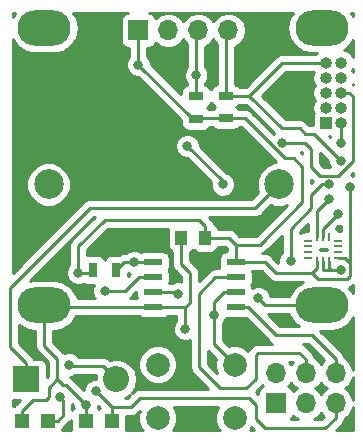
<source format=gbr>
G04 #@! TF.GenerationSoftware,KiCad,Pcbnew,(5.0.0)*
G04 #@! TF.CreationDate,2020-03-15T13:15:32-04:00*
G04 #@! TF.ProjectId,Attiny_IMU_LCD_ETC,417474696E795F494D555F4C43445F45,rev?*
G04 #@! TF.SameCoordinates,Original*
G04 #@! TF.FileFunction,Copper,L1,Top,Signal*
G04 #@! TF.FilePolarity,Positive*
%FSLAX46Y46*%
G04 Gerber Fmt 4.6, Leading zero omitted, Abs format (unit mm)*
G04 Created by KiCad (PCBNEW (5.0.0)) date 03/15/20 13:15:32*
%MOMM*%
%LPD*%
G01*
G04 APERTURE LIST*
G04 #@! TA.AperFunction,SMDPad,CuDef*
%ADD10R,1.000000X1.250000*%
G04 #@! TD*
G04 #@! TA.AperFunction,ComponentPad*
%ADD11O,1.000000X1.000000*%
G04 #@! TD*
G04 #@! TA.AperFunction,ComponentPad*
%ADD12R,1.000000X1.000000*%
G04 #@! TD*
G04 #@! TA.AperFunction,SMDPad,CuDef*
%ADD13R,1.300000X0.700000*%
G04 #@! TD*
G04 #@! TA.AperFunction,SMDPad,CuDef*
%ADD14R,0.700000X1.300000*%
G04 #@! TD*
G04 #@! TA.AperFunction,ComponentPad*
%ADD15O,2.200000X2.200000*%
G04 #@! TD*
G04 #@! TA.AperFunction,ComponentPad*
%ADD16R,2.200000X2.200000*%
G04 #@! TD*
G04 #@! TA.AperFunction,ComponentPad*
%ADD17C,2.000000*%
G04 #@! TD*
G04 #@! TA.AperFunction,ComponentPad*
%ADD18O,4.500000X3.000000*%
G04 #@! TD*
G04 #@! TA.AperFunction,ComponentPad*
%ADD19R,1.700000X1.700000*%
G04 #@! TD*
G04 #@! TA.AperFunction,ComponentPad*
%ADD20O,1.700000X1.700000*%
G04 #@! TD*
G04 #@! TA.AperFunction,SMDPad,CuDef*
%ADD21R,1.550000X0.600000*%
G04 #@! TD*
G04 #@! TA.AperFunction,ComponentPad*
%ADD22C,2.500000*%
G04 #@! TD*
G04 #@! TA.AperFunction,SMDPad,CuDef*
%ADD23R,1.200000X1.200000*%
G04 #@! TD*
G04 #@! TA.AperFunction,SMDPad,CuDef*
%ADD24R,0.675000X0.250000*%
G04 #@! TD*
G04 #@! TA.AperFunction,SMDPad,CuDef*
%ADD25R,0.250000X0.675000*%
G04 #@! TD*
G04 #@! TA.AperFunction,ViaPad*
%ADD26C,0.800000*%
G04 #@! TD*
G04 #@! TA.AperFunction,Conductor*
%ADD27C,0.250000*%
G04 #@! TD*
G04 #@! TA.AperFunction,NonConductor*
%ADD28C,0.254000*%
G04 #@! TD*
G04 APERTURE END LIST*
D10*
G04 #@! TO.P,C1,2*
G04 #@! TO.N,GND*
X131500000Y-87250000D03*
G04 #@! TO.P,C1,1*
G04 #@! TO.N,+3V3*
X133500000Y-87250000D03*
G04 #@! TD*
D11*
G04 #@! TO.P,J1,10*
G04 #@! TO.N,GND*
X145020000Y-72460000D03*
G04 #@! TO.P,J1,9*
G04 #@! TO.N,SDA*
X143750000Y-72460000D03*
G04 #@! TO.P,J1,8*
G04 #@! TO.N,N/C*
X145020000Y-73730000D03*
G04 #@! TO.P,J1,7*
G04 #@! TO.N,+3V3*
X143750000Y-73730000D03*
G04 #@! TO.P,J1,6*
G04 #@! TO.N,RST*
X145020000Y-75000000D03*
G04 #@! TO.P,J1,5*
G04 #@! TO.N,N/C*
X143750000Y-75000000D03*
G04 #@! TO.P,J1,4*
G04 #@! TO.N,+3V3*
X145020000Y-76270000D03*
G04 #@! TO.P,J1,3*
G04 #@! TO.N,BTN*
X143750000Y-76270000D03*
G04 #@! TO.P,J1,2*
G04 #@! TO.N,GND*
X145020000Y-77540000D03*
D12*
G04 #@! TO.P,J1,1*
G04 #@! TO.N,SCL*
X143750000Y-77540000D03*
G04 #@! TD*
D13*
G04 #@! TO.P,R1,2*
G04 #@! TO.N,SDA*
X135250000Y-75250000D03*
G04 #@! TO.P,R1,1*
G04 #@! TO.N,+3V3*
X135250000Y-77150000D03*
G04 #@! TD*
G04 #@! TO.P,R2,1*
G04 #@! TO.N,+3V3*
X132750000Y-77200000D03*
G04 #@! TO.P,R2,2*
G04 #@! TO.N,SCL*
X132750000Y-75300000D03*
G04 #@! TD*
D14*
G04 #@! TO.P,R3,2*
G04 #@! TO.N,RST*
X125950000Y-90000000D03*
G04 #@! TO.P,R3,1*
G04 #@! TO.N,+3V3*
X124050000Y-90000000D03*
G04 #@! TD*
D15*
G04 #@! TO.P,SW1,2*
G04 #@! TO.N,+3V3*
X126000000Y-99250000D03*
D16*
G04 #@! TO.P,SW1,1*
G04 #@! TO.N,Net-(SW1-Pad1)*
X118380000Y-99250000D03*
G04 #@! TD*
D17*
G04 #@! TO.P,SW2,1*
G04 #@! TO.N,BTN*
X136000000Y-98000000D03*
G04 #@! TO.P,SW2,2*
G04 #@! TO.N,GND*
X136000000Y-102500000D03*
G04 #@! TO.P,SW2,1*
G04 #@! TO.N,BTN*
X129500000Y-98000000D03*
G04 #@! TO.P,SW2,2*
G04 #@! TO.N,GND*
X129500000Y-102500000D03*
G04 #@! TD*
D18*
G04 #@! TO.P,U1,5*
G04 #@! TO.N,GND*
X119900001Y-93000000D03*
X143400001Y-93000000D03*
X119900001Y-69500000D03*
X143400001Y-69500000D03*
D19*
G04 #@! TO.P,U1,1*
G04 #@! TO.N,+3V3*
X127850001Y-69700000D03*
D20*
G04 #@! TO.P,U1,2*
G04 #@! TO.N,GND*
X130390001Y-69700000D03*
G04 #@! TO.P,U1,3*
G04 #@! TO.N,SCL*
X132930001Y-69700000D03*
G04 #@! TO.P,U1,4*
G04 #@! TO.N,SDA*
X135470001Y-69700000D03*
G04 #@! TD*
D21*
G04 #@! TO.P,U3,1*
G04 #@! TO.N,RST*
X129100000Y-89345000D03*
G04 #@! TO.P,U3,2*
G04 #@! TO.N,LED1*
X129100000Y-90615000D03*
G04 #@! TO.P,U3,3*
G04 #@! TO.N,LED2*
X129100000Y-91885000D03*
G04 #@! TO.P,U3,4*
G04 #@! TO.N,GND*
X129100000Y-93155000D03*
G04 #@! TO.P,U3,5*
G04 #@! TO.N,SDA*
X136100000Y-93155000D03*
G04 #@! TO.P,U3,6*
G04 #@! TO.N,BTN*
X136100000Y-91885000D03*
G04 #@! TO.P,U3,7*
G04 #@! TO.N,SCL*
X136100000Y-90615000D03*
G04 #@! TO.P,U3,8*
G04 #@! TO.N,+3V3*
X136100000Y-89350000D03*
G04 #@! TD*
D22*
G04 #@! TO.P,U2,1*
G04 #@! TO.N,GND*
X120250000Y-82750000D03*
G04 #@! TO.P,U2,2*
G04 #@! TO.N,Net-(SW1-Pad1)*
X139750000Y-82750000D03*
G04 #@! TD*
D23*
G04 #@! TO.P,D1,1*
G04 #@! TO.N,GND*
X118000000Y-102750000D03*
G04 #@! TO.P,D1,2*
G04 #@! TO.N,LED1*
X120200000Y-102750000D03*
G04 #@! TD*
G04 #@! TO.P,D2,2*
G04 #@! TO.N,LED2*
X125600000Y-102750000D03*
G04 #@! TO.P,D2,1*
G04 #@! TO.N,GND*
X123400000Y-102750000D03*
G04 #@! TD*
D24*
G04 #@! TO.P,U4,11*
G04 #@! TO.N,N/C*
X144762500Y-87500000D03*
G04 #@! TO.P,U4,10*
X144762500Y-88000000D03*
G04 #@! TO.P,U4,9*
X144762500Y-88500000D03*
G04 #@! TO.P,U4,8*
G04 #@! TO.N,+3V3*
X144762500Y-89000000D03*
G04 #@! TO.P,U4,4*
G04 #@! TO.N,N/C*
X142237500Y-89000000D03*
G04 #@! TO.P,U4,3*
X142237500Y-88500000D03*
G04 #@! TO.P,U4,2*
X142237500Y-88000000D03*
G04 #@! TO.P,U4,1*
X142237500Y-87500000D03*
D25*
G04 #@! TO.P,U4,7*
G04 #@! TO.N,GND*
X144000000Y-89262500D03*
G04 #@! TO.P,U4,6*
X143500000Y-89262500D03*
G04 #@! TO.P,U4,5*
G04 #@! TO.N,+3V3*
X143000000Y-89262500D03*
G04 #@! TO.P,U4,12*
G04 #@! TO.N,N/C*
X144000000Y-87237500D03*
G04 #@! TO.P,U4,14*
G04 #@! TO.N,SCL*
X143000000Y-87237500D03*
G04 #@! TO.P,U4,13*
G04 #@! TO.N,SDA*
X143500000Y-87237500D03*
G04 #@! TD*
D20*
G04 #@! TO.P,J2,6*
G04 #@! TO.N,SDA*
X144580000Y-98750000D03*
G04 #@! TO.P,J2,5*
G04 #@! TO.N,LED2*
X144580000Y-101290000D03*
G04 #@! TO.P,J2,4*
G04 #@! TO.N,SCL*
X142040000Y-98750000D03*
G04 #@! TO.P,J2,3*
G04 #@! TO.N,LED1*
X142040000Y-101290000D03*
G04 #@! TO.P,J2,2*
G04 #@! TO.N,GND*
X139500000Y-98750000D03*
D19*
G04 #@! TO.P,J2,1*
G04 #@! TO.N,+3V3*
X139500000Y-101290000D03*
G04 #@! TD*
D26*
G04 #@! TO.N,GND*
X145000000Y-90000000D03*
X123400000Y-101400000D03*
X131800000Y-95000000D03*
X138000000Y-92400000D03*
X145000000Y-79250000D03*
X144000000Y-82750000D03*
X140750000Y-89250000D03*
G04 #@! TO.N,+3V3*
X122000000Y-98000000D03*
X122750000Y-90250000D03*
X145750000Y-83000000D03*
X127850001Y-72600001D03*
G04 #@! TO.N,BTN*
X132000000Y-79500000D03*
X135000000Y-82750000D03*
X134250000Y-93800000D03*
G04 #@! TO.N,SCL*
X132750000Y-73500000D03*
X144000000Y-84000000D03*
G04 #@! TO.N,RST*
X127500000Y-89345000D03*
X140012653Y-79237347D03*
G04 #@! TO.N,SDA*
X144750000Y-85250000D03*
X144987347Y-80737347D03*
G04 #@! TO.N,LED1*
X121250000Y-100750000D03*
X125000000Y-91750000D03*
G04 #@! TO.N,LED2*
X124250000Y-100250000D03*
X131250000Y-92000000D03*
G04 #@! TD*
D27*
G04 #@! TO.N,GND*
X143500000Y-89262500D02*
X143500000Y-90000000D01*
X144000000Y-89850000D02*
X144150000Y-90000000D01*
X144150000Y-90000000D02*
X144250000Y-90000000D01*
X144000000Y-89262500D02*
X144000000Y-89850000D01*
X143500000Y-90000000D02*
X144250000Y-90000000D01*
X144250000Y-90000000D02*
X145000000Y-90000000D01*
X119900001Y-93000000D02*
X119900001Y-96400001D01*
X119900001Y-96400001D02*
X121000000Y-97500000D01*
X120055001Y-93155000D02*
X119900001Y-93000000D01*
X129100000Y-93155000D02*
X120055001Y-93155000D01*
X118900000Y-101000000D02*
X120000000Y-101000000D01*
X118000000Y-101900000D02*
X118900000Y-101000000D01*
X118000000Y-102750000D02*
X118000000Y-101900000D01*
X121500000Y-99750000D02*
X121000000Y-99250000D01*
X121000000Y-97500000D02*
X121000000Y-99250000D01*
X121000000Y-99250000D02*
X120250000Y-100000000D01*
X120250000Y-100000000D02*
X120250000Y-100750000D01*
X120000000Y-101000000D02*
X120250000Y-100750000D01*
X121500000Y-99750000D02*
X121750000Y-99750000D01*
X123400000Y-101400000D02*
X123400000Y-101400000D01*
X121750000Y-99750000D02*
X123400000Y-101400000D01*
X123400000Y-102750000D02*
X123400000Y-102250000D01*
X129100000Y-93155000D02*
X131845000Y-93155000D01*
X131845000Y-93155000D02*
X132250000Y-92750000D01*
X132250000Y-92750000D02*
X132250000Y-90250000D01*
X131500000Y-89500000D02*
X131500000Y-87250000D01*
X132250000Y-90250000D02*
X131500000Y-89500000D01*
X123400000Y-101400000D02*
X123400000Y-102250000D01*
X131800000Y-93200000D02*
X131845000Y-93155000D01*
X131800000Y-95000000D02*
X131800000Y-93200000D01*
X138600000Y-93000000D02*
X138000000Y-92400000D01*
X143400001Y-93000000D02*
X138600000Y-93000000D01*
X145020000Y-77540000D02*
X145020000Y-79230000D01*
X145020000Y-79230000D02*
X145000000Y-79250000D01*
X143434315Y-82750000D02*
X142500000Y-83684315D01*
X144000000Y-82750000D02*
X143434315Y-82750000D01*
X142500000Y-83684315D02*
X142500000Y-84750000D01*
X142500000Y-84750000D02*
X140750000Y-86500000D01*
X140750000Y-86500000D02*
X140750000Y-89250000D01*
G04 #@! TO.N,+3V3*
X132800000Y-77150000D02*
X132750000Y-77200000D01*
X135250000Y-77150000D02*
X132800000Y-77150000D01*
X132450000Y-77200000D02*
X132750000Y-77200000D01*
X127850001Y-72600001D02*
X132450000Y-77200000D01*
X127850001Y-69700000D02*
X127850001Y-72600001D01*
X133500000Y-87250000D02*
X135500000Y-87250000D01*
X136100000Y-87850000D02*
X136100000Y-89350000D01*
X135500000Y-87250000D02*
X136100000Y-87850000D01*
X143000000Y-89850000D02*
X142600000Y-90250000D01*
X143000000Y-89262500D02*
X143000000Y-89850000D01*
X142600000Y-90250000D02*
X139500000Y-90250000D01*
X138600000Y-89350000D02*
X136100000Y-89350000D01*
X139500000Y-90250000D02*
X138600000Y-89350000D01*
X145350000Y-89000000D02*
X145750000Y-89400000D01*
X144762500Y-89000000D02*
X145350000Y-89000000D01*
X145750000Y-89400000D02*
X145750000Y-90500000D01*
X145750000Y-90500000D02*
X145500000Y-90750000D01*
X143100000Y-90750000D02*
X142600000Y-90250000D01*
X145500000Y-90750000D02*
X143100000Y-90750000D01*
X124900001Y-98150001D02*
X122150001Y-98150001D01*
X126000000Y-99250000D02*
X124900001Y-98150001D01*
X122150001Y-98150001D02*
X122000000Y-98000000D01*
X123800000Y-90250000D02*
X124050000Y-90000000D01*
X122750000Y-90250000D02*
X123800000Y-90250000D01*
X133500000Y-86250000D02*
X133500000Y-87250000D01*
X133000000Y-85750000D02*
X133500000Y-86250000D01*
X125000000Y-85750000D02*
X133000000Y-85750000D01*
X122750000Y-88000000D02*
X125000000Y-85750000D01*
X122750000Y-90250000D02*
X122750000Y-88000000D01*
X145750000Y-89400000D02*
X145750000Y-83250000D01*
X145750000Y-83250000D02*
X145750000Y-83000000D01*
X136900000Y-77150000D02*
X135250000Y-77150000D01*
X136100000Y-87850000D02*
X138150000Y-87850000D01*
X138150000Y-87850000D02*
X141750000Y-84250000D01*
X141750000Y-81250000D02*
X141000000Y-80500000D01*
X141000000Y-80500000D02*
X140250000Y-80500000D01*
X141750000Y-84250000D02*
X141750000Y-81250000D01*
X140250000Y-80500000D02*
X136900000Y-77150000D01*
G04 #@! TO.N,BTN*
X135075000Y-91885000D02*
X134250000Y-92710000D01*
X136100000Y-91885000D02*
X135075000Y-91885000D01*
X134250000Y-96250000D02*
X136000000Y-98000000D01*
X132000000Y-79500000D02*
X135000000Y-82500000D01*
X135000000Y-82500000D02*
X135000000Y-82750000D01*
X134250000Y-92710000D02*
X134250000Y-93800000D01*
X134250000Y-93800000D02*
X134250000Y-96250000D01*
G04 #@! TO.N,SCL*
X132750000Y-69880001D02*
X132930001Y-69700000D01*
X132750000Y-75300000D02*
X132750000Y-73500000D01*
X132750000Y-73500000D02*
X132750000Y-69880001D01*
X143000000Y-87237500D02*
X143000000Y-85000000D01*
X143000000Y-85000000D02*
X144000000Y-84000000D01*
X141492081Y-97000000D02*
X142040000Y-97547919D01*
X138000000Y-97000000D02*
X141492081Y-97000000D01*
X137800000Y-97200000D02*
X138000000Y-97000000D01*
X137800000Y-99200000D02*
X137800000Y-97200000D01*
X142040000Y-97547919D02*
X142040000Y-98750000D01*
X136100000Y-90615000D02*
X134385000Y-90615000D01*
X134385000Y-90615000D02*
X133000000Y-92000000D01*
X133000000Y-98250000D02*
X134750000Y-100000000D01*
X134750000Y-100000000D02*
X137000000Y-100000000D01*
X133000000Y-92000000D02*
X133000000Y-98250000D01*
X137000000Y-100000000D02*
X137800000Y-99200000D01*
G04 #@! TO.N,RST*
X126605000Y-89345000D02*
X125950000Y-90000000D01*
X129100000Y-89345000D02*
X127500000Y-89345000D01*
X127500000Y-89345000D02*
X126605000Y-89345000D01*
X140025306Y-79250000D02*
X140012653Y-79237347D01*
X142000000Y-79250000D02*
X140025306Y-79250000D01*
X142500000Y-79750000D02*
X142000000Y-79250000D01*
X142500000Y-81250000D02*
X142500000Y-79750000D01*
X145727106Y-75000000D02*
X146000000Y-75272894D01*
X145020000Y-75000000D02*
X145727106Y-75000000D01*
X146000000Y-75272894D02*
X146000000Y-80750000D01*
X146000000Y-80750000D02*
X144750000Y-82000000D01*
X144750000Y-82000000D02*
X143250000Y-82000000D01*
X143250000Y-82000000D02*
X142500000Y-81250000D01*
G04 #@! TO.N,SDA*
X135250000Y-69920001D02*
X135470001Y-69700000D01*
X135250000Y-75250000D02*
X135250000Y-69920001D01*
X137250000Y-75250000D02*
X135250000Y-75250000D01*
X137125000Y-93155000D02*
X139500000Y-95530000D01*
X136100000Y-93155000D02*
X137125000Y-93155000D01*
X139500000Y-95530000D02*
X142030000Y-95530000D01*
X143500000Y-86500000D02*
X143500000Y-87237500D01*
X144750000Y-85250000D02*
X143500000Y-86500000D01*
X142562081Y-95530000D02*
X142030000Y-95530000D01*
X144580000Y-97547919D02*
X142562081Y-95530000D01*
X144580000Y-98750000D02*
X144580000Y-97547919D01*
X143750000Y-72460000D02*
X140040000Y-72460000D01*
X140040000Y-72460000D02*
X137250000Y-75250000D01*
X140000000Y-78000000D02*
X137250000Y-75250000D01*
X141500000Y-78000000D02*
X140000000Y-78000000D01*
X143750000Y-79500000D02*
X144987347Y-80737347D01*
X142750000Y-78500000D02*
X143750000Y-79500000D01*
X142000000Y-78500000D02*
X142750000Y-78500000D01*
X142000000Y-78500000D02*
X141500000Y-78000000D01*
G04 #@! TO.N,Net-(SW1-Pad1)*
X118380000Y-97900000D02*
X117000000Y-96520000D01*
X118380000Y-99250000D02*
X118380000Y-97900000D01*
X117000000Y-96520000D02*
X117000000Y-91500000D01*
X117000000Y-91500000D02*
X123750000Y-84750000D01*
X137750000Y-84750000D02*
X139750000Y-82750000D01*
X123750000Y-84750000D02*
X137750000Y-84750000D01*
G04 #@! TO.N,LED1*
X121050000Y-102750000D02*
X121500000Y-102300000D01*
X120200000Y-102750000D02*
X121050000Y-102750000D01*
X121500000Y-102300000D02*
X121500000Y-101000000D01*
X121500000Y-101000000D02*
X121250000Y-100750000D01*
X125000000Y-91750000D02*
X126750000Y-91750000D01*
X127885000Y-90615000D02*
X129100000Y-90615000D01*
X126750000Y-91750000D02*
X127885000Y-90615000D01*
G04 #@! TO.N,LED2*
X125600000Y-102750000D02*
X125600000Y-101600000D01*
X125600000Y-101600000D02*
X124250000Y-100250000D01*
X131135000Y-91885000D02*
X131250000Y-92000000D01*
X129100000Y-91885000D02*
X131135000Y-91885000D01*
X144580000Y-102492081D02*
X143672081Y-103400000D01*
X144580000Y-101290000D02*
X144580000Y-102492081D01*
X143672081Y-103400000D02*
X138600000Y-103400000D01*
X138600000Y-103400000D02*
X137800000Y-102600000D01*
X137800000Y-102600000D02*
X137800000Y-101400000D01*
X137800000Y-101400000D02*
X137200000Y-100800000D01*
X137200000Y-100800000D02*
X128000000Y-100800000D01*
X127200000Y-101600000D02*
X125600000Y-101600000D01*
X128000000Y-100800000D02*
X127200000Y-101600000D01*
G04 #@! TD*
D28*
G36*
X127865000Y-102174778D02*
X127865000Y-102825222D01*
X128113914Y-103426153D01*
X128227761Y-103540000D01*
X126809647Y-103540000D01*
X126847440Y-103350000D01*
X126847440Y-102360000D01*
X127125153Y-102360000D01*
X127200000Y-102374888D01*
X127274847Y-102360000D01*
X127274852Y-102360000D01*
X127496537Y-102315904D01*
X127747929Y-102147929D01*
X127790331Y-102084470D01*
X127981656Y-101893145D01*
X127865000Y-102174778D01*
X127865000Y-102174778D01*
G37*
X127865000Y-102174778D02*
X127865000Y-102825222D01*
X128113914Y-103426153D01*
X128227761Y-103540000D01*
X126809647Y-103540000D01*
X126847440Y-103350000D01*
X126847440Y-102360000D01*
X127125153Y-102360000D01*
X127200000Y-102374888D01*
X127274847Y-102360000D01*
X127274852Y-102360000D01*
X127496537Y-102315904D01*
X127747929Y-102147929D01*
X127790331Y-102084470D01*
X127981656Y-101893145D01*
X127865000Y-102174778D01*
G36*
X134613914Y-101573847D02*
X134365000Y-102174778D01*
X134365000Y-102825222D01*
X134613914Y-103426153D01*
X134727761Y-103540000D01*
X130772239Y-103540000D01*
X130886086Y-103426153D01*
X131135000Y-102825222D01*
X131135000Y-102174778D01*
X130886086Y-101573847D01*
X130872239Y-101560000D01*
X134627761Y-101560000D01*
X134613914Y-101573847D01*
X134613914Y-101573847D01*
G37*
X134613914Y-101573847D02*
X134365000Y-102174778D01*
X134365000Y-102825222D01*
X134613914Y-103426153D01*
X134727761Y-103540000D01*
X130772239Y-103540000D01*
X130886086Y-103426153D01*
X131135000Y-102825222D01*
X131135000Y-102174778D01*
X130886086Y-101573847D01*
X130872239Y-101560000D01*
X134627761Y-101560000D01*
X134613914Y-101573847D01*
G36*
X137665198Y-103540000D02*
X137272239Y-103540000D01*
X137386086Y-103426153D01*
X137434491Y-103309292D01*
X137665198Y-103540000D01*
X137665198Y-103540000D01*
G37*
X137665198Y-103540000D02*
X137272239Y-103540000D01*
X137386086Y-103426153D01*
X137434491Y-103309292D01*
X137665198Y-103540000D01*
G36*
X146040001Y-103430065D02*
X146024104Y-103509984D01*
X146018448Y-103518449D01*
X146009985Y-103524104D01*
X145930070Y-103540000D01*
X144606883Y-103540000D01*
X145064475Y-103082408D01*
X145127929Y-103040010D01*
X145170327Y-102976557D01*
X145170329Y-102976555D01*
X145271694Y-102824851D01*
X145295904Y-102788618D01*
X145339714Y-102568369D01*
X145650625Y-102360625D01*
X145978839Y-101869418D01*
X146040001Y-101561935D01*
X146040001Y-103430065D01*
X146040001Y-103430065D01*
G37*
X146040001Y-103430065D02*
X146024104Y-103509984D01*
X146018448Y-103518449D01*
X146009985Y-103524104D01*
X145930070Y-103540000D01*
X144606883Y-103540000D01*
X145064475Y-103082408D01*
X145127929Y-103040010D01*
X145170327Y-102976557D01*
X145170329Y-102976555D01*
X145271694Y-102824851D01*
X145295904Y-102788618D01*
X145339714Y-102568369D01*
X145650625Y-102360625D01*
X145978839Y-101869418D01*
X146040001Y-101561935D01*
X146040001Y-103430065D01*
G36*
X122152560Y-103350000D02*
X122190353Y-103540000D01*
X121409647Y-103540000D01*
X121436318Y-103405914D01*
X121597929Y-103297929D01*
X121640331Y-103234470D01*
X121984470Y-102890331D01*
X122047929Y-102847929D01*
X122152560Y-102691338D01*
X122152560Y-103350000D01*
X122152560Y-103350000D01*
G37*
X122152560Y-103350000D02*
X122190353Y-103540000D01*
X121409647Y-103540000D01*
X121436318Y-103405914D01*
X121597929Y-103297929D01*
X121640331Y-103234470D01*
X121984470Y-102890331D01*
X122047929Y-102847929D01*
X122152560Y-102691338D01*
X122152560Y-103350000D01*
G36*
X140969375Y-102360625D02*
X141387489Y-102640000D01*
X140744666Y-102640000D01*
X140807809Y-102597809D01*
X140948157Y-102387765D01*
X140957184Y-102342381D01*
X140969375Y-102360625D01*
X140969375Y-102360625D01*
G37*
X140969375Y-102360625D02*
X141387489Y-102640000D01*
X140744666Y-102640000D01*
X140807809Y-102597809D01*
X140948157Y-102387765D01*
X140957184Y-102342381D01*
X140969375Y-102360625D01*
G36*
X143509375Y-102360625D02*
X143585673Y-102411606D01*
X143357279Y-102640000D01*
X142692511Y-102640000D01*
X143110625Y-102360625D01*
X143310000Y-102062239D01*
X143509375Y-102360625D01*
X143509375Y-102360625D01*
G37*
X143509375Y-102360625D02*
X143585673Y-102411606D01*
X143357279Y-102640000D01*
X142692511Y-102640000D01*
X143110625Y-102360625D01*
X143310000Y-102062239D01*
X143509375Y-102360625D01*
G36*
X122365000Y-101439802D02*
X122365000Y-101605874D01*
X122388059Y-101661543D01*
X122342191Y-101692191D01*
X122260000Y-101815198D01*
X122260000Y-101334802D01*
X122365000Y-101439802D01*
X122365000Y-101439802D01*
G37*
X122365000Y-101439802D02*
X122365000Y-101605874D01*
X122388059Y-101661543D01*
X122342191Y-101692191D01*
X122260000Y-101815198D01*
X122260000Y-101334802D01*
X122365000Y-101439802D01*
G36*
X124587269Y-101662071D02*
X124542191Y-101692191D01*
X124500000Y-101755334D01*
X124457809Y-101692191D01*
X124411941Y-101661543D01*
X124435000Y-101605874D01*
X124435000Y-101509802D01*
X124587269Y-101662071D01*
X124587269Y-101662071D01*
G37*
X124587269Y-101662071D02*
X124542191Y-101692191D01*
X124500000Y-101755334D01*
X124457809Y-101692191D01*
X124411941Y-101661543D01*
X124435000Y-101605874D01*
X124435000Y-101509802D01*
X124587269Y-101662071D01*
G36*
X117280000Y-100997440D02*
X117827759Y-100997440D01*
X117515528Y-101309671D01*
X117452072Y-101352071D01*
X117409672Y-101415527D01*
X117409671Y-101415528D01*
X117344087Y-101513682D01*
X117210000Y-101540353D01*
X117210000Y-100983516D01*
X117280000Y-100997440D01*
X117280000Y-100997440D01*
G37*
X117280000Y-100997440D02*
X117827759Y-100997440D01*
X117515528Y-101309671D01*
X117452072Y-101352071D01*
X117409672Y-101415527D01*
X117409671Y-101415528D01*
X117344087Y-101513682D01*
X117210000Y-101540353D01*
X117210000Y-100983516D01*
X117280000Y-100997440D01*
G36*
X146040001Y-101018065D02*
X145978839Y-100710582D01*
X145650625Y-100219375D01*
X145352239Y-100020000D01*
X145650625Y-99820625D01*
X145978839Y-99329418D01*
X146040001Y-99021935D01*
X146040001Y-101018065D01*
X146040001Y-101018065D01*
G37*
X146040001Y-101018065D02*
X145978839Y-100710582D01*
X145650625Y-100219375D01*
X145352239Y-100020000D01*
X145650625Y-99820625D01*
X145978839Y-99329418D01*
X146040001Y-99021935D01*
X146040001Y-101018065D01*
G36*
X126885199Y-100840000D02*
X126743314Y-100840000D01*
X127170907Y-100554291D01*
X126885199Y-100840000D01*
X126885199Y-100840000D01*
G37*
X126885199Y-100840000D02*
X126743314Y-100840000D01*
X127170907Y-100554291D01*
X126885199Y-100840000D01*
G36*
X138429375Y-99820625D02*
X138447619Y-99832816D01*
X138402235Y-99841843D01*
X138192191Y-99982191D01*
X138051843Y-100192235D01*
X138002560Y-100440000D01*
X138002560Y-100527759D01*
X137790331Y-100315530D01*
X137777890Y-100296911D01*
X138284473Y-99790329D01*
X138347929Y-99747929D01*
X138364365Y-99723331D01*
X138429375Y-99820625D01*
X138429375Y-99820625D01*
G37*
X138429375Y-99820625D02*
X138447619Y-99832816D01*
X138402235Y-99841843D01*
X138192191Y-99982191D01*
X138051843Y-100192235D01*
X138002560Y-100440000D01*
X138002560Y-100527759D01*
X137790331Y-100315530D01*
X137777890Y-100296911D01*
X138284473Y-99790329D01*
X138347929Y-99747929D01*
X138364365Y-99723331D01*
X138429375Y-99820625D01*
G36*
X143509375Y-99820625D02*
X143807761Y-100020000D01*
X143509375Y-100219375D01*
X143310000Y-100517761D01*
X143110625Y-100219375D01*
X142812239Y-100020000D01*
X143110625Y-99820625D01*
X143310000Y-99522239D01*
X143509375Y-99820625D01*
X143509375Y-99820625D01*
G37*
X143509375Y-99820625D02*
X143807761Y-100020000D01*
X143509375Y-100219375D01*
X143310000Y-100517761D01*
X143110625Y-100219375D01*
X142812239Y-100020000D01*
X143110625Y-99820625D01*
X143310000Y-99522239D01*
X143509375Y-99820625D01*
G36*
X128077235Y-94053157D02*
X128325000Y-94102440D01*
X129875000Y-94102440D01*
X130122765Y-94053157D01*
X130329530Y-93915000D01*
X131040001Y-93915000D01*
X131040000Y-94296289D01*
X130922569Y-94413720D01*
X130765000Y-94794126D01*
X130765000Y-95205874D01*
X130922569Y-95586280D01*
X131213720Y-95877431D01*
X131594126Y-96035000D01*
X132005874Y-96035000D01*
X132240001Y-95938022D01*
X132240001Y-98175148D01*
X132225112Y-98250000D01*
X132284097Y-98546537D01*
X132397265Y-98715904D01*
X132452072Y-98797929D01*
X132515528Y-98840329D01*
X133715198Y-100040000D01*
X128074848Y-100040000D01*
X128000000Y-100025112D01*
X127925152Y-100040000D01*
X127925148Y-100040000D01*
X127751605Y-100074520D01*
X127703462Y-100084096D01*
X127606568Y-100148839D01*
X127452071Y-100252071D01*
X127409671Y-100315527D01*
X127304291Y-100420907D01*
X127634334Y-99926963D01*
X127768990Y-99250000D01*
X127634334Y-98573037D01*
X127250865Y-97999135D01*
X126765431Y-97674778D01*
X127865000Y-97674778D01*
X127865000Y-98325222D01*
X128113914Y-98926153D01*
X128573847Y-99386086D01*
X129174778Y-99635000D01*
X129825222Y-99635000D01*
X130426153Y-99386086D01*
X130886086Y-98926153D01*
X131135000Y-98325222D01*
X131135000Y-97674778D01*
X130886086Y-97073847D01*
X130426153Y-96613914D01*
X129825222Y-96365000D01*
X129174778Y-96365000D01*
X128573847Y-96613914D01*
X128113914Y-97073847D01*
X127865000Y-97674778D01*
X126765431Y-97674778D01*
X126676963Y-97615666D01*
X126170880Y-97515000D01*
X125829120Y-97515000D01*
X125434957Y-97593404D01*
X125196538Y-97434097D01*
X124974853Y-97390001D01*
X124974848Y-97390001D01*
X124900001Y-97375113D01*
X124825154Y-97390001D01*
X122853712Y-97390001D01*
X122586280Y-97122569D01*
X122205874Y-96965000D01*
X121794126Y-96965000D01*
X121608064Y-97042069D01*
X121547929Y-96952071D01*
X121484473Y-96909671D01*
X120660001Y-96085200D01*
X120660001Y-95135000D01*
X120860280Y-95135000D01*
X121483037Y-95011126D01*
X122189250Y-94539249D01*
X122606360Y-93915000D01*
X127870470Y-93915000D01*
X128077235Y-94053157D01*
X128077235Y-94053157D01*
G37*
X128077235Y-94053157D02*
X128325000Y-94102440D01*
X129875000Y-94102440D01*
X130122765Y-94053157D01*
X130329530Y-93915000D01*
X131040001Y-93915000D01*
X131040000Y-94296289D01*
X130922569Y-94413720D01*
X130765000Y-94794126D01*
X130765000Y-95205874D01*
X130922569Y-95586280D01*
X131213720Y-95877431D01*
X131594126Y-96035000D01*
X132005874Y-96035000D01*
X132240001Y-95938022D01*
X132240001Y-98175148D01*
X132225112Y-98250000D01*
X132284097Y-98546537D01*
X132397265Y-98715904D01*
X132452072Y-98797929D01*
X132515528Y-98840329D01*
X133715198Y-100040000D01*
X128074848Y-100040000D01*
X128000000Y-100025112D01*
X127925152Y-100040000D01*
X127925148Y-100040000D01*
X127751605Y-100074520D01*
X127703462Y-100084096D01*
X127606568Y-100148839D01*
X127452071Y-100252071D01*
X127409671Y-100315527D01*
X127304291Y-100420907D01*
X127634334Y-99926963D01*
X127768990Y-99250000D01*
X127634334Y-98573037D01*
X127250865Y-97999135D01*
X126765431Y-97674778D01*
X127865000Y-97674778D01*
X127865000Y-98325222D01*
X128113914Y-98926153D01*
X128573847Y-99386086D01*
X129174778Y-99635000D01*
X129825222Y-99635000D01*
X130426153Y-99386086D01*
X130886086Y-98926153D01*
X131135000Y-98325222D01*
X131135000Y-97674778D01*
X130886086Y-97073847D01*
X130426153Y-96613914D01*
X129825222Y-96365000D01*
X129174778Y-96365000D01*
X128573847Y-96613914D01*
X128113914Y-97073847D01*
X127865000Y-97674778D01*
X126765431Y-97674778D01*
X126676963Y-97615666D01*
X126170880Y-97515000D01*
X125829120Y-97515000D01*
X125434957Y-97593404D01*
X125196538Y-97434097D01*
X124974853Y-97390001D01*
X124974848Y-97390001D01*
X124900001Y-97375113D01*
X124825154Y-97390001D01*
X122853712Y-97390001D01*
X122586280Y-97122569D01*
X122205874Y-96965000D01*
X121794126Y-96965000D01*
X121608064Y-97042069D01*
X121547929Y-96952071D01*
X121484473Y-96909671D01*
X120660001Y-96085200D01*
X120660001Y-95135000D01*
X120860280Y-95135000D01*
X121483037Y-95011126D01*
X122189250Y-94539249D01*
X122606360Y-93915000D01*
X127870470Y-93915000D01*
X128077235Y-94053157D01*
G36*
X140969375Y-99820625D02*
X141267761Y-100020000D01*
X140969375Y-100219375D01*
X140957184Y-100237619D01*
X140948157Y-100192235D01*
X140807809Y-99982191D01*
X140597765Y-99841843D01*
X140552381Y-99832816D01*
X140570625Y-99820625D01*
X140770000Y-99522239D01*
X140969375Y-99820625D01*
X140969375Y-99820625D01*
G37*
X140969375Y-99820625D02*
X141267761Y-100020000D01*
X140969375Y-100219375D01*
X140957184Y-100237619D01*
X140948157Y-100192235D01*
X140807809Y-99982191D01*
X140597765Y-99841843D01*
X140552381Y-99832816D01*
X140570625Y-99820625D01*
X140770000Y-99522239D01*
X140969375Y-99820625D01*
G36*
X124237972Y-99215000D02*
X124044126Y-99215000D01*
X123663720Y-99372569D01*
X123372569Y-99663720D01*
X123215000Y-100044126D01*
X123215000Y-100140198D01*
X122340331Y-99265530D01*
X122297929Y-99202071D01*
X122047890Y-99035000D01*
X122205874Y-99035000D01*
X122507649Y-98910001D01*
X124298640Y-98910001D01*
X124237972Y-99215000D01*
X124237972Y-99215000D01*
G37*
X124237972Y-99215000D02*
X124044126Y-99215000D01*
X123663720Y-99372569D01*
X123372569Y-99663720D01*
X123215000Y-100044126D01*
X123215000Y-100140198D01*
X122340331Y-99265530D01*
X122297929Y-99202071D01*
X122047890Y-99035000D01*
X122205874Y-99035000D01*
X122507649Y-98910001D01*
X124298640Y-98910001D01*
X124237972Y-99215000D01*
G36*
X118316965Y-95011126D02*
X118939722Y-95135000D01*
X119140002Y-95135000D01*
X119140002Y-96325149D01*
X119125113Y-96400001D01*
X119140002Y-96474853D01*
X119184098Y-96696538D01*
X119352073Y-96947930D01*
X119415529Y-96990330D01*
X120240000Y-97814802D01*
X120240001Y-98935198D01*
X120127440Y-99047758D01*
X120127440Y-98150000D01*
X120078157Y-97902235D01*
X119937809Y-97692191D01*
X119727765Y-97551843D01*
X119480000Y-97502560D01*
X119028483Y-97502560D01*
X118970329Y-97415527D01*
X118927929Y-97352071D01*
X118864473Y-97309671D01*
X117760000Y-96205199D01*
X117760000Y-94638973D01*
X118316965Y-95011126D01*
X118316965Y-95011126D01*
G37*
X118316965Y-95011126D02*
X118939722Y-95135000D01*
X119140002Y-95135000D01*
X119140002Y-96325149D01*
X119125113Y-96400001D01*
X119140002Y-96474853D01*
X119184098Y-96696538D01*
X119352073Y-96947930D01*
X119415529Y-96990330D01*
X120240000Y-97814802D01*
X120240001Y-98935198D01*
X120127440Y-99047758D01*
X120127440Y-98150000D01*
X120078157Y-97902235D01*
X119937809Y-97692191D01*
X119727765Y-97551843D01*
X119480000Y-97502560D01*
X119028483Y-97502560D01*
X118970329Y-97415527D01*
X118927929Y-97352071D01*
X118864473Y-97309671D01*
X117760000Y-96205199D01*
X117760000Y-94638973D01*
X118316965Y-95011126D01*
G36*
X133765528Y-96840329D02*
X134433823Y-97508625D01*
X134365000Y-97674778D01*
X134365000Y-98325222D01*
X134517012Y-98692210D01*
X133760000Y-97935199D01*
X133760000Y-96836635D01*
X133765528Y-96840329D01*
X133765528Y-96840329D01*
G37*
X133765528Y-96840329D02*
X134433823Y-97508625D01*
X134365000Y-97674778D01*
X134365000Y-98325222D01*
X134517012Y-98692210D01*
X133760000Y-97935199D01*
X133760000Y-96836635D01*
X133765528Y-96840329D01*
G36*
X146040001Y-98478064D02*
X145978839Y-98170582D01*
X145650625Y-97679375D01*
X145339714Y-97471631D01*
X145295904Y-97251382D01*
X145211557Y-97125148D01*
X145170329Y-97063445D01*
X145170327Y-97063443D01*
X145127929Y-96999990D01*
X145064476Y-96957592D01*
X143241882Y-95135000D01*
X144360280Y-95135000D01*
X144983037Y-95011126D01*
X145689250Y-94539249D01*
X146040001Y-94014314D01*
X146040001Y-98478064D01*
X146040001Y-98478064D01*
G37*
X146040001Y-98478064D02*
X145978839Y-98170582D01*
X145650625Y-97679375D01*
X145339714Y-97471631D01*
X145295904Y-97251382D01*
X145211557Y-97125148D01*
X145170329Y-97063445D01*
X145170327Y-97063443D01*
X145127929Y-96999990D01*
X145064476Y-96957592D01*
X143241882Y-95135000D01*
X144360280Y-95135000D01*
X144983037Y-95011126D01*
X145689250Y-94539249D01*
X146040001Y-94014314D01*
X146040001Y-98478064D01*
G36*
X140770000Y-97977761D02*
X140624497Y-97760000D01*
X140915503Y-97760000D01*
X140770000Y-97977761D01*
X140770000Y-97977761D01*
G37*
X140770000Y-97977761D02*
X140624497Y-97760000D01*
X140915503Y-97760000D01*
X140770000Y-97977761D01*
G36*
X143585673Y-97628394D02*
X143509375Y-97679375D01*
X143310000Y-97977761D01*
X143110625Y-97679375D01*
X142799714Y-97471631D01*
X142755904Y-97251382D01*
X142671557Y-97125148D01*
X142630329Y-97063445D01*
X142630327Y-97063443D01*
X142587929Y-96999990D01*
X142524476Y-96957592D01*
X142082411Y-96515529D01*
X142040010Y-96452071D01*
X141797454Y-96290000D01*
X142247280Y-96290000D01*
X143585673Y-97628394D01*
X143585673Y-97628394D01*
G37*
X143585673Y-97628394D02*
X143509375Y-97679375D01*
X143310000Y-97977761D01*
X143110625Y-97679375D01*
X142799714Y-97471631D01*
X142755904Y-97251382D01*
X142671557Y-97125148D01*
X142630329Y-97063445D01*
X142630327Y-97063443D01*
X142587929Y-96999990D01*
X142524476Y-96957592D01*
X142082411Y-96515529D01*
X142040010Y-96452071D01*
X141797454Y-96290000D01*
X142247280Y-96290000D01*
X143585673Y-97628394D01*
G36*
X138909670Y-96014472D02*
X138952071Y-96077929D01*
X139194627Y-96240000D01*
X138074848Y-96240000D01*
X138000000Y-96225112D01*
X137925152Y-96240000D01*
X137925148Y-96240000D01*
X137703463Y-96284096D01*
X137452071Y-96452071D01*
X137409669Y-96515530D01*
X137315528Y-96609671D01*
X137252072Y-96652071D01*
X137209672Y-96715527D01*
X137209671Y-96715528D01*
X137142180Y-96816536D01*
X137136811Y-96824572D01*
X136926153Y-96613914D01*
X136325222Y-96365000D01*
X135674778Y-96365000D01*
X135508625Y-96433823D01*
X135010000Y-95935199D01*
X135010000Y-94503711D01*
X135127431Y-94386280D01*
X135251091Y-94087739D01*
X135325000Y-94102440D01*
X136875000Y-94102440D01*
X136977292Y-94082093D01*
X138909670Y-96014472D01*
X138909670Y-96014472D01*
G37*
X138909670Y-96014472D02*
X138952071Y-96077929D01*
X139194627Y-96240000D01*
X138074848Y-96240000D01*
X138000000Y-96225112D01*
X137925152Y-96240000D01*
X137925148Y-96240000D01*
X137703463Y-96284096D01*
X137452071Y-96452071D01*
X137409669Y-96515530D01*
X137315528Y-96609671D01*
X137252072Y-96652071D01*
X137209672Y-96715527D01*
X137209671Y-96715528D01*
X137142180Y-96816536D01*
X137136811Y-96824572D01*
X136926153Y-96613914D01*
X136325222Y-96365000D01*
X135674778Y-96365000D01*
X135508625Y-96433823D01*
X135010000Y-95935199D01*
X135010000Y-94503711D01*
X135127431Y-94386280D01*
X135251091Y-94087739D01*
X135325000Y-94102440D01*
X136875000Y-94102440D01*
X136977292Y-94082093D01*
X138909670Y-96014472D01*
G36*
X140638875Y-93833036D02*
X141110752Y-94539249D01*
X141456095Y-94770000D01*
X139814802Y-94770000D01*
X138804801Y-93760000D01*
X140624347Y-93760000D01*
X140638875Y-93833036D01*
X140638875Y-93833036D01*
G37*
X140638875Y-93833036D02*
X141110752Y-94539249D01*
X141456095Y-94770000D01*
X139814802Y-94770000D01*
X138804801Y-93760000D01*
X140624347Y-93760000D01*
X140638875Y-93833036D01*
G36*
X122265528Y-87409671D02*
X122202072Y-87452071D01*
X122159672Y-87515527D01*
X122159671Y-87515528D01*
X122119933Y-87575000D01*
X122034097Y-87703463D01*
X122015307Y-87797929D01*
X121975112Y-88000000D01*
X121990001Y-88074852D01*
X121990000Y-89546289D01*
X121872569Y-89663720D01*
X121715000Y-90044126D01*
X121715000Y-90455874D01*
X121872569Y-90836280D01*
X122163720Y-91127431D01*
X122544126Y-91285000D01*
X122955874Y-91285000D01*
X123296325Y-91143981D01*
X123452235Y-91248157D01*
X123700000Y-91297440D01*
X124067180Y-91297440D01*
X123965000Y-91544126D01*
X123965000Y-91955874D01*
X124122569Y-92336280D01*
X124181289Y-92395000D01*
X122706486Y-92395000D01*
X122661127Y-92166964D01*
X122189250Y-91460751D01*
X121483037Y-90988874D01*
X120860280Y-90865000D01*
X118939722Y-90865000D01*
X118652711Y-90922090D01*
X124064802Y-85510000D01*
X124165198Y-85510000D01*
X122265528Y-87409671D01*
X122265528Y-87409671D01*
G37*
X122265528Y-87409671D02*
X122202072Y-87452071D01*
X122159672Y-87515527D01*
X122159671Y-87515528D01*
X122119933Y-87575000D01*
X122034097Y-87703463D01*
X122015307Y-87797929D01*
X121975112Y-88000000D01*
X121990001Y-88074852D01*
X121990000Y-89546289D01*
X121872569Y-89663720D01*
X121715000Y-90044126D01*
X121715000Y-90455874D01*
X121872569Y-90836280D01*
X122163720Y-91127431D01*
X122544126Y-91285000D01*
X122955874Y-91285000D01*
X123296325Y-91143981D01*
X123452235Y-91248157D01*
X123700000Y-91297440D01*
X124067180Y-91297440D01*
X123965000Y-91544126D01*
X123965000Y-91955874D01*
X124122569Y-92336280D01*
X124181289Y-92395000D01*
X122706486Y-92395000D01*
X122661127Y-92166964D01*
X122189250Y-91460751D01*
X121483037Y-90988874D01*
X120860280Y-90865000D01*
X118939722Y-90865000D01*
X118652711Y-90922090D01*
X124064802Y-85510000D01*
X124165198Y-85510000D01*
X122265528Y-87409671D01*
G36*
X127677560Y-92185000D02*
X127719331Y-92395000D01*
X127152652Y-92395000D01*
X127297929Y-92297929D01*
X127340331Y-92234470D01*
X127677560Y-91897242D01*
X127677560Y-92185000D01*
X127677560Y-92185000D01*
G37*
X127677560Y-92185000D02*
X127719331Y-92395000D01*
X127152652Y-92395000D01*
X127297929Y-92297929D01*
X127340331Y-92234470D01*
X127677560Y-91897242D01*
X127677560Y-92185000D01*
G36*
X138909670Y-90734472D02*
X138952071Y-90797929D01*
X139203463Y-90965904D01*
X139425148Y-91010000D01*
X139425152Y-91010000D01*
X139499999Y-91024888D01*
X139574846Y-91010000D01*
X141785348Y-91010000D01*
X141110752Y-91460751D01*
X140638875Y-92166964D01*
X140624347Y-92240000D01*
X139035000Y-92240000D01*
X139035000Y-92194126D01*
X138877431Y-91813720D01*
X138586280Y-91522569D01*
X138205874Y-91365000D01*
X137794126Y-91365000D01*
X137502691Y-91485716D01*
X137473157Y-91337235D01*
X137414868Y-91250000D01*
X137473157Y-91162765D01*
X137522440Y-90915000D01*
X137522440Y-90315000D01*
X137481663Y-90110000D01*
X138285199Y-90110000D01*
X138909670Y-90734472D01*
X138909670Y-90734472D01*
G37*
X138909670Y-90734472D02*
X138952071Y-90797929D01*
X139203463Y-90965904D01*
X139425148Y-91010000D01*
X139425152Y-91010000D01*
X139499999Y-91024888D01*
X139574846Y-91010000D01*
X141785348Y-91010000D01*
X141110752Y-91460751D01*
X140638875Y-92166964D01*
X140624347Y-92240000D01*
X139035000Y-92240000D01*
X139035000Y-92194126D01*
X138877431Y-91813720D01*
X138586280Y-91522569D01*
X138205874Y-91365000D01*
X137794126Y-91365000D01*
X137502691Y-91485716D01*
X137473157Y-91337235D01*
X137414868Y-91250000D01*
X137473157Y-91162765D01*
X137522440Y-90915000D01*
X137522440Y-90315000D01*
X137481663Y-90110000D01*
X138285199Y-90110000D01*
X138909670Y-90734472D01*
G36*
X146040001Y-91985686D02*
X145704876Y-91484137D01*
X145796537Y-91465904D01*
X146040001Y-91303227D01*
X146040001Y-91985686D01*
X146040001Y-91985686D01*
G37*
X146040001Y-91985686D02*
X145704876Y-91484137D01*
X145796537Y-91465904D01*
X146040001Y-91303227D01*
X146040001Y-91985686D01*
G36*
X130352560Y-86625000D02*
X130352560Y-87875000D01*
X130401843Y-88122765D01*
X130542191Y-88332809D01*
X130740000Y-88464982D01*
X130740000Y-89425153D01*
X130725112Y-89500000D01*
X130740000Y-89574847D01*
X130740000Y-89574851D01*
X130784096Y-89796536D01*
X130952071Y-90047929D01*
X131015530Y-90090331D01*
X131490001Y-90564803D01*
X131490001Y-90979136D01*
X131455874Y-90965000D01*
X131044126Y-90965000D01*
X130663720Y-91122569D01*
X130661289Y-91125000D01*
X130480669Y-91125000D01*
X130522440Y-90915000D01*
X130522440Y-90315000D01*
X130473157Y-90067235D01*
X130414868Y-89980000D01*
X130473157Y-89892765D01*
X130522440Y-89645000D01*
X130522440Y-89045000D01*
X130473157Y-88797235D01*
X130332809Y-88587191D01*
X130122765Y-88446843D01*
X129875000Y-88397560D01*
X128325000Y-88397560D01*
X128077235Y-88446843D01*
X128061548Y-88457325D01*
X127705874Y-88310000D01*
X127294126Y-88310000D01*
X126913720Y-88467569D01*
X126796289Y-88585000D01*
X126679847Y-88585000D01*
X126605000Y-88570112D01*
X126530153Y-88585000D01*
X126530148Y-88585000D01*
X126308463Y-88629096D01*
X126198517Y-88702560D01*
X125600000Y-88702560D01*
X125352235Y-88751843D01*
X125142191Y-88892191D01*
X125001843Y-89102235D01*
X125000000Y-89111500D01*
X124998157Y-89102235D01*
X124857809Y-88892191D01*
X124647765Y-88751843D01*
X124400000Y-88702560D01*
X123700000Y-88702560D01*
X123510000Y-88740353D01*
X123510000Y-88314801D01*
X125314802Y-86510000D01*
X130375435Y-86510000D01*
X130352560Y-86625000D01*
X130352560Y-86625000D01*
G37*
X130352560Y-86625000D02*
X130352560Y-87875000D01*
X130401843Y-88122765D01*
X130542191Y-88332809D01*
X130740000Y-88464982D01*
X130740000Y-89425153D01*
X130725112Y-89500000D01*
X130740000Y-89574847D01*
X130740000Y-89574851D01*
X130784096Y-89796536D01*
X130952071Y-90047929D01*
X131015530Y-90090331D01*
X131490001Y-90564803D01*
X131490001Y-90979136D01*
X131455874Y-90965000D01*
X131044126Y-90965000D01*
X130663720Y-91122569D01*
X130661289Y-91125000D01*
X130480669Y-91125000D01*
X130522440Y-90915000D01*
X130522440Y-90315000D01*
X130473157Y-90067235D01*
X130414868Y-89980000D01*
X130473157Y-89892765D01*
X130522440Y-89645000D01*
X130522440Y-89045000D01*
X130473157Y-88797235D01*
X130332809Y-88587191D01*
X130122765Y-88446843D01*
X129875000Y-88397560D01*
X128325000Y-88397560D01*
X128077235Y-88446843D01*
X128061548Y-88457325D01*
X127705874Y-88310000D01*
X127294126Y-88310000D01*
X126913720Y-88467569D01*
X126796289Y-88585000D01*
X126679847Y-88585000D01*
X126605000Y-88570112D01*
X126530153Y-88585000D01*
X126530148Y-88585000D01*
X126308463Y-88629096D01*
X126198517Y-88702560D01*
X125600000Y-88702560D01*
X125352235Y-88751843D01*
X125142191Y-88892191D01*
X125001843Y-89102235D01*
X125000000Y-89111500D01*
X124998157Y-89102235D01*
X124857809Y-88892191D01*
X124647765Y-88751843D01*
X124400000Y-88702560D01*
X123700000Y-88702560D01*
X123510000Y-88740353D01*
X123510000Y-88314801D01*
X125314802Y-86510000D01*
X130375435Y-86510000D01*
X130352560Y-86625000D01*
G36*
X135340000Y-88164802D02*
X135340000Y-88402560D01*
X135325000Y-88402560D01*
X135077235Y-88451843D01*
X134867191Y-88592191D01*
X134726843Y-88802235D01*
X134677560Y-89050000D01*
X134677560Y-89650000D01*
X134718337Y-89855000D01*
X134459848Y-89855000D01*
X134385000Y-89840112D01*
X134310152Y-89855000D01*
X134310148Y-89855000D01*
X134136605Y-89889520D01*
X134088462Y-89899096D01*
X133951923Y-89990329D01*
X133837071Y-90067071D01*
X133794671Y-90130527D01*
X133010000Y-90915199D01*
X133010000Y-90324846D01*
X133024888Y-90249999D01*
X133010000Y-90175152D01*
X133010000Y-90175148D01*
X132965904Y-89953463D01*
X132797929Y-89702071D01*
X132734473Y-89659671D01*
X132260000Y-89185199D01*
X132260000Y-88464982D01*
X132457809Y-88332809D01*
X132500000Y-88269666D01*
X132542191Y-88332809D01*
X132752235Y-88473157D01*
X133000000Y-88522440D01*
X134000000Y-88522440D01*
X134247765Y-88473157D01*
X134457809Y-88332809D01*
X134598157Y-88122765D01*
X134620587Y-88010000D01*
X135185199Y-88010000D01*
X135340000Y-88164802D01*
X135340000Y-88164802D01*
G37*
X135340000Y-88164802D02*
X135340000Y-88402560D01*
X135325000Y-88402560D01*
X135077235Y-88451843D01*
X134867191Y-88592191D01*
X134726843Y-88802235D01*
X134677560Y-89050000D01*
X134677560Y-89650000D01*
X134718337Y-89855000D01*
X134459848Y-89855000D01*
X134385000Y-89840112D01*
X134310152Y-89855000D01*
X134310148Y-89855000D01*
X134136605Y-89889520D01*
X134088462Y-89899096D01*
X133951923Y-89990329D01*
X133837071Y-90067071D01*
X133794671Y-90130527D01*
X133010000Y-90915199D01*
X133010000Y-90324846D01*
X133024888Y-90249999D01*
X133010000Y-90175152D01*
X133010000Y-90175148D01*
X132965904Y-89953463D01*
X132797929Y-89702071D01*
X132734473Y-89659671D01*
X132260000Y-89185199D01*
X132260000Y-88464982D01*
X132457809Y-88332809D01*
X132500000Y-88269666D01*
X132542191Y-88332809D01*
X132752235Y-88473157D01*
X133000000Y-88522440D01*
X134000000Y-88522440D01*
X134247765Y-88473157D01*
X134457809Y-88332809D01*
X134598157Y-88122765D01*
X134620587Y-88010000D01*
X135185199Y-88010000D01*
X135340000Y-88164802D01*
G36*
X127118107Y-90307091D02*
X126947440Y-90477758D01*
X126947440Y-90236398D01*
X127118107Y-90307091D01*
X127118107Y-90307091D01*
G37*
X127118107Y-90307091D02*
X126947440Y-90477758D01*
X126947440Y-90236398D01*
X127118107Y-90307091D01*
G36*
X126752236Y-68251843D02*
X126542192Y-68392191D01*
X126401844Y-68602235D01*
X126352561Y-68850000D01*
X126352561Y-70550000D01*
X126401844Y-70797765D01*
X126542192Y-71007809D01*
X126752236Y-71148157D01*
X127000001Y-71197440D01*
X127090002Y-71197440D01*
X127090002Y-71896289D01*
X126972570Y-72013721D01*
X126815001Y-72394127D01*
X126815001Y-72805875D01*
X126972570Y-73186281D01*
X127263721Y-73477432D01*
X127644127Y-73635001D01*
X127810200Y-73635001D01*
X131452560Y-77277362D01*
X131452560Y-77550000D01*
X131501843Y-77797765D01*
X131642191Y-78007809D01*
X131852235Y-78148157D01*
X132100000Y-78197440D01*
X133400000Y-78197440D01*
X133647765Y-78148157D01*
X133857809Y-78007809D01*
X133923163Y-77910000D01*
X134110246Y-77910000D01*
X134142191Y-77957809D01*
X134352235Y-78098157D01*
X134600000Y-78147440D01*
X135900000Y-78147440D01*
X136147765Y-78098157D01*
X136357809Y-77957809D01*
X136389754Y-77910000D01*
X136585199Y-77910000D01*
X139540197Y-80865000D01*
X139375050Y-80865000D01*
X138682233Y-81151974D01*
X138151974Y-81682233D01*
X137865000Y-82375050D01*
X137865000Y-83124950D01*
X137992481Y-83432717D01*
X137435199Y-83990000D01*
X123824848Y-83990000D01*
X123750000Y-83975112D01*
X123675152Y-83990000D01*
X123675148Y-83990000D01*
X123453463Y-84034096D01*
X123202071Y-84202071D01*
X123159671Y-84265527D01*
X117210000Y-90215199D01*
X117210000Y-82375050D01*
X118365000Y-82375050D01*
X118365000Y-83124950D01*
X118651974Y-83817767D01*
X119182233Y-84348026D01*
X119875050Y-84635000D01*
X120624950Y-84635000D01*
X121317767Y-84348026D01*
X121848026Y-83817767D01*
X122135000Y-83124950D01*
X122135000Y-82375050D01*
X121848026Y-81682233D01*
X121317767Y-81151974D01*
X120624950Y-80865000D01*
X119875050Y-80865000D01*
X119182233Y-81151974D01*
X118651974Y-81682233D01*
X118365000Y-82375050D01*
X117210000Y-82375050D01*
X117210000Y-79294126D01*
X130965000Y-79294126D01*
X130965000Y-79705874D01*
X131122569Y-80086280D01*
X131413720Y-80377431D01*
X131794126Y-80535000D01*
X131960199Y-80535000D01*
X133966267Y-82541068D01*
X133965000Y-82544126D01*
X133965000Y-82955874D01*
X134122569Y-83336280D01*
X134413720Y-83627431D01*
X134794126Y-83785000D01*
X135205874Y-83785000D01*
X135586280Y-83627431D01*
X135877431Y-83336280D01*
X136035000Y-82955874D01*
X136035000Y-82544126D01*
X135877431Y-82163720D01*
X135586280Y-81872569D01*
X135349148Y-81774346D01*
X133035000Y-79460199D01*
X133035000Y-79294126D01*
X132877431Y-78913720D01*
X132586280Y-78622569D01*
X132205874Y-78465000D01*
X131794126Y-78465000D01*
X131413720Y-78622569D01*
X131122569Y-78913720D01*
X130965000Y-79294126D01*
X117210000Y-79294126D01*
X117210000Y-70439482D01*
X117610752Y-71039249D01*
X118316965Y-71511126D01*
X118939722Y-71635000D01*
X120860280Y-71635000D01*
X121483037Y-71511126D01*
X122189250Y-71039249D01*
X122661127Y-70333036D01*
X122826828Y-69500000D01*
X122661127Y-68666964D01*
X122355793Y-68210000D01*
X126962597Y-68210000D01*
X126752236Y-68251843D01*
X126752236Y-68251843D01*
G37*
X126752236Y-68251843D02*
X126542192Y-68392191D01*
X126401844Y-68602235D01*
X126352561Y-68850000D01*
X126352561Y-70550000D01*
X126401844Y-70797765D01*
X126542192Y-71007809D01*
X126752236Y-71148157D01*
X127000001Y-71197440D01*
X127090002Y-71197440D01*
X127090002Y-71896289D01*
X126972570Y-72013721D01*
X126815001Y-72394127D01*
X126815001Y-72805875D01*
X126972570Y-73186281D01*
X127263721Y-73477432D01*
X127644127Y-73635001D01*
X127810200Y-73635001D01*
X131452560Y-77277362D01*
X131452560Y-77550000D01*
X131501843Y-77797765D01*
X131642191Y-78007809D01*
X131852235Y-78148157D01*
X132100000Y-78197440D01*
X133400000Y-78197440D01*
X133647765Y-78148157D01*
X133857809Y-78007809D01*
X133923163Y-77910000D01*
X134110246Y-77910000D01*
X134142191Y-77957809D01*
X134352235Y-78098157D01*
X134600000Y-78147440D01*
X135900000Y-78147440D01*
X136147765Y-78098157D01*
X136357809Y-77957809D01*
X136389754Y-77910000D01*
X136585199Y-77910000D01*
X139540197Y-80865000D01*
X139375050Y-80865000D01*
X138682233Y-81151974D01*
X138151974Y-81682233D01*
X137865000Y-82375050D01*
X137865000Y-83124950D01*
X137992481Y-83432717D01*
X137435199Y-83990000D01*
X123824848Y-83990000D01*
X123750000Y-83975112D01*
X123675152Y-83990000D01*
X123675148Y-83990000D01*
X123453463Y-84034096D01*
X123202071Y-84202071D01*
X123159671Y-84265527D01*
X117210000Y-90215199D01*
X117210000Y-82375050D01*
X118365000Y-82375050D01*
X118365000Y-83124950D01*
X118651974Y-83817767D01*
X119182233Y-84348026D01*
X119875050Y-84635000D01*
X120624950Y-84635000D01*
X121317767Y-84348026D01*
X121848026Y-83817767D01*
X122135000Y-83124950D01*
X122135000Y-82375050D01*
X121848026Y-81682233D01*
X121317767Y-81151974D01*
X120624950Y-80865000D01*
X119875050Y-80865000D01*
X119182233Y-81151974D01*
X118651974Y-81682233D01*
X118365000Y-82375050D01*
X117210000Y-82375050D01*
X117210000Y-79294126D01*
X130965000Y-79294126D01*
X130965000Y-79705874D01*
X131122569Y-80086280D01*
X131413720Y-80377431D01*
X131794126Y-80535000D01*
X131960199Y-80535000D01*
X133966267Y-82541068D01*
X133965000Y-82544126D01*
X133965000Y-82955874D01*
X134122569Y-83336280D01*
X134413720Y-83627431D01*
X134794126Y-83785000D01*
X135205874Y-83785000D01*
X135586280Y-83627431D01*
X135877431Y-83336280D01*
X136035000Y-82955874D01*
X136035000Y-82544126D01*
X135877431Y-82163720D01*
X135586280Y-81872569D01*
X135349148Y-81774346D01*
X133035000Y-79460199D01*
X133035000Y-79294126D01*
X132877431Y-78913720D01*
X132586280Y-78622569D01*
X132205874Y-78465000D01*
X131794126Y-78465000D01*
X131413720Y-78622569D01*
X131122569Y-78913720D01*
X130965000Y-79294126D01*
X117210000Y-79294126D01*
X117210000Y-70439482D01*
X117610752Y-71039249D01*
X118316965Y-71511126D01*
X118939722Y-71635000D01*
X120860280Y-71635000D01*
X121483037Y-71511126D01*
X122189250Y-71039249D01*
X122661127Y-70333036D01*
X122826828Y-69500000D01*
X122661127Y-68666964D01*
X122355793Y-68210000D01*
X126962597Y-68210000D01*
X126752236Y-68251843D01*
G36*
X139990001Y-88546288D02*
X139872569Y-88663720D01*
X139715000Y-89044126D01*
X139715000Y-89390198D01*
X139190331Y-88865530D01*
X139147929Y-88802071D01*
X138896537Y-88634096D01*
X138674852Y-88590000D01*
X138674847Y-88590000D01*
X138600000Y-88575112D01*
X138525153Y-88590000D01*
X138325399Y-88590000D01*
X138446537Y-88565904D01*
X138697929Y-88397929D01*
X138740331Y-88334470D01*
X139990000Y-87084801D01*
X139990001Y-88546288D01*
X139990001Y-88546288D01*
G37*
X139990001Y-88546288D02*
X139872569Y-88663720D01*
X139715000Y-89044126D01*
X139715000Y-89390198D01*
X139190331Y-88865530D01*
X139147929Y-88802071D01*
X138896537Y-88634096D01*
X138674852Y-88590000D01*
X138674847Y-88590000D01*
X138600000Y-88575112D01*
X138525153Y-88590000D01*
X138325399Y-88590000D01*
X138446537Y-88565904D01*
X138697929Y-88397929D01*
X138740331Y-88334470D01*
X139990000Y-87084801D01*
X139990001Y-88546288D01*
G36*
X143375000Y-88222440D02*
X143625000Y-88222440D01*
X143728853Y-88201783D01*
X143748691Y-88210000D01*
X143778750Y-88210000D01*
X143784343Y-88204407D01*
X143793726Y-88206274D01*
X143795593Y-88215657D01*
X143790000Y-88221250D01*
X143790000Y-88278750D01*
X143795593Y-88284343D01*
X143793726Y-88293726D01*
X143750000Y-88302424D01*
X143625000Y-88277560D01*
X143375000Y-88277560D01*
X143250000Y-88302424D01*
X143206274Y-88293726D01*
X143204407Y-88284343D01*
X143210000Y-88278750D01*
X143210000Y-88221250D01*
X143204407Y-88215657D01*
X143206274Y-88206274D01*
X143250000Y-88197576D01*
X143375000Y-88222440D01*
X143375000Y-88222440D01*
G37*
X143375000Y-88222440D02*
X143625000Y-88222440D01*
X143728853Y-88201783D01*
X143748691Y-88210000D01*
X143778750Y-88210000D01*
X143784343Y-88204407D01*
X143793726Y-88206274D01*
X143795593Y-88215657D01*
X143790000Y-88221250D01*
X143790000Y-88278750D01*
X143795593Y-88284343D01*
X143793726Y-88293726D01*
X143750000Y-88302424D01*
X143625000Y-88277560D01*
X143375000Y-88277560D01*
X143250000Y-88302424D01*
X143206274Y-88293726D01*
X143204407Y-88284343D01*
X143210000Y-88278750D01*
X143210000Y-88221250D01*
X143204407Y-88215657D01*
X143206274Y-88206274D01*
X143250000Y-88197576D01*
X143375000Y-88222440D01*
G36*
X139375050Y-84635000D02*
X140124950Y-84635000D01*
X140407046Y-84518152D01*
X137835199Y-87090000D01*
X136414802Y-87090000D01*
X136090331Y-86765530D01*
X136047929Y-86702071D01*
X135796537Y-86534096D01*
X135574852Y-86490000D01*
X135574847Y-86490000D01*
X135500000Y-86475112D01*
X135425153Y-86490000D01*
X134620587Y-86490000D01*
X134598157Y-86377235D01*
X134457809Y-86167191D01*
X134247765Y-86026843D01*
X134229789Y-86023267D01*
X134215904Y-85953463D01*
X134215904Y-85953462D01*
X134090329Y-85765527D01*
X134047929Y-85702071D01*
X133984473Y-85659671D01*
X133834802Y-85510000D01*
X137675153Y-85510000D01*
X137750000Y-85524888D01*
X137824847Y-85510000D01*
X137824852Y-85510000D01*
X138046537Y-85465904D01*
X138297929Y-85297929D01*
X138340331Y-85234470D01*
X139067283Y-84507519D01*
X139375050Y-84635000D01*
X139375050Y-84635000D01*
G37*
X139375050Y-84635000D02*
X140124950Y-84635000D01*
X140407046Y-84518152D01*
X137835199Y-87090000D01*
X136414802Y-87090000D01*
X136090331Y-86765530D01*
X136047929Y-86702071D01*
X135796537Y-86534096D01*
X135574852Y-86490000D01*
X135574847Y-86490000D01*
X135500000Y-86475112D01*
X135425153Y-86490000D01*
X134620587Y-86490000D01*
X134598157Y-86377235D01*
X134457809Y-86167191D01*
X134247765Y-86026843D01*
X134229789Y-86023267D01*
X134215904Y-85953463D01*
X134215904Y-85953462D01*
X134090329Y-85765527D01*
X134047929Y-85702071D01*
X133984473Y-85659671D01*
X133834802Y-85510000D01*
X137675153Y-85510000D01*
X137750000Y-85524888D01*
X137824847Y-85510000D01*
X137824852Y-85510000D01*
X138046537Y-85465904D01*
X138297929Y-85297929D01*
X138340331Y-85234470D01*
X139067283Y-84507519D01*
X139375050Y-84635000D01*
G36*
X142240000Y-86727560D02*
X141900000Y-86727560D01*
X141837459Y-86740000D01*
X141773691Y-86740000D01*
X141714778Y-86764403D01*
X141652235Y-86776843D01*
X141599214Y-86812271D01*
X141540302Y-86836673D01*
X141510000Y-86866975D01*
X141510000Y-86814801D01*
X142240001Y-86084801D01*
X142240000Y-86727560D01*
X142240000Y-86727560D01*
G37*
X142240000Y-86727560D02*
X141900000Y-86727560D01*
X141837459Y-86740000D01*
X141773691Y-86740000D01*
X141714778Y-86764403D01*
X141652235Y-86776843D01*
X141599214Y-86812271D01*
X141540302Y-86836673D01*
X141510000Y-86866975D01*
X141510000Y-86814801D01*
X142240001Y-86084801D01*
X142240000Y-86727560D01*
G36*
X144990000Y-86727560D02*
X144740892Y-86727560D01*
X144735597Y-86714776D01*
X144723157Y-86652235D01*
X144687730Y-86599215D01*
X144663327Y-86540301D01*
X144618235Y-86495209D01*
X144602757Y-86472045D01*
X144789802Y-86285000D01*
X144955874Y-86285000D01*
X144990001Y-86270864D01*
X144990000Y-86727560D01*
X144990000Y-86727560D01*
G37*
X144990000Y-86727560D02*
X144740892Y-86727560D01*
X144735597Y-86714776D01*
X144723157Y-86652235D01*
X144687730Y-86599215D01*
X144663327Y-86540301D01*
X144618235Y-86495209D01*
X144602757Y-86472045D01*
X144789802Y-86285000D01*
X144955874Y-86285000D01*
X144990001Y-86270864D01*
X144990000Y-86727560D01*
G36*
X142642356Y-82467158D02*
X142510000Y-82599513D01*
X142510000Y-82334802D01*
X142642356Y-82467158D01*
X142642356Y-82467158D01*
G37*
X142642356Y-82467158D02*
X142510000Y-82599513D01*
X142510000Y-82334802D01*
X142642356Y-82467158D01*
G36*
X146040000Y-81999846D02*
X145955874Y-81965000D01*
X145859801Y-81965000D01*
X146040000Y-81784801D01*
X146040000Y-81999846D01*
X146040000Y-81999846D01*
G37*
X146040000Y-81999846D02*
X145955874Y-81965000D01*
X145859801Y-81965000D01*
X146040000Y-81784801D01*
X146040000Y-81999846D01*
G36*
X143265527Y-80090329D02*
X143265530Y-80090331D01*
X143952347Y-80777149D01*
X143952347Y-80943221D01*
X144075277Y-81240000D01*
X143564802Y-81240000D01*
X143260000Y-80935199D01*
X143260000Y-80084802D01*
X143265527Y-80090329D01*
X143265527Y-80090329D01*
G37*
X143265527Y-80090329D02*
X143265530Y-80090331D01*
X143952347Y-80777149D01*
X143952347Y-80943221D01*
X144075277Y-81240000D01*
X143564802Y-81240000D01*
X143260000Y-80935199D01*
X143260000Y-80084802D01*
X143265527Y-80090329D01*
G36*
X141740001Y-80064802D02*
X141740001Y-80165199D01*
X141590331Y-80015530D01*
X141586636Y-80010000D01*
X141685199Y-80010000D01*
X141740001Y-80064802D01*
X141740001Y-80064802D01*
G37*
X141740001Y-80064802D02*
X141740001Y-80165199D01*
X141590331Y-80015530D01*
X141586636Y-80010000D01*
X141685199Y-80010000D01*
X141740001Y-80064802D01*
G36*
X144083308Y-78758506D02*
X144012242Y-78687440D01*
X144112744Y-78687440D01*
X144083308Y-78758506D01*
X144083308Y-78758506D01*
G37*
X144083308Y-78758506D02*
X144012242Y-78687440D01*
X144112744Y-78687440D01*
X144083308Y-78758506D01*
G36*
X139355743Y-78430546D02*
X139305546Y-78480743D01*
X137490331Y-76665530D01*
X137447929Y-76602071D01*
X137196537Y-76434096D01*
X136974852Y-76390000D01*
X136974847Y-76390000D01*
X136900000Y-76375112D01*
X136825153Y-76390000D01*
X136389754Y-76390000D01*
X136357809Y-76342191D01*
X136147765Y-76201843D01*
X136138500Y-76200000D01*
X136147765Y-76198157D01*
X136357809Y-76057809D01*
X136389754Y-76010000D01*
X136935199Y-76010000D01*
X139355743Y-78430546D01*
X139355743Y-78430546D01*
G37*
X139355743Y-78430546D02*
X139305546Y-78480743D01*
X137490331Y-76665530D01*
X137447929Y-76602071D01*
X137196537Y-76434096D01*
X136974852Y-76390000D01*
X136974847Y-76390000D01*
X136900000Y-76375112D01*
X136825153Y-76390000D01*
X136389754Y-76390000D01*
X136357809Y-76342191D01*
X136147765Y-76201843D01*
X136138500Y-76200000D01*
X136147765Y-76198157D01*
X136357809Y-76057809D01*
X136389754Y-76010000D01*
X136935199Y-76010000D01*
X139355743Y-78430546D01*
G36*
X142680854Y-73287145D02*
X142592765Y-73730000D01*
X142680854Y-74172855D01*
X142809241Y-74365000D01*
X142680854Y-74557145D01*
X142592765Y-75000000D01*
X142680854Y-75442855D01*
X142809241Y-75635000D01*
X142680854Y-75827145D01*
X142592765Y-76270000D01*
X142680854Y-76712855D01*
X142692869Y-76730836D01*
X142651843Y-76792235D01*
X142602560Y-77040000D01*
X142602560Y-77740000D01*
X142314802Y-77740000D01*
X142090331Y-77515529D01*
X142047929Y-77452071D01*
X141796537Y-77284096D01*
X141574852Y-77240000D01*
X141574847Y-77240000D01*
X141500000Y-77225112D01*
X141425153Y-77240000D01*
X140314803Y-77240000D01*
X138324801Y-75250000D01*
X140354802Y-73220000D01*
X142725719Y-73220000D01*
X142680854Y-73287145D01*
X142680854Y-73287145D01*
G37*
X142680854Y-73287145D02*
X142592765Y-73730000D01*
X142680854Y-74172855D01*
X142809241Y-74365000D01*
X142680854Y-74557145D01*
X142592765Y-75000000D01*
X142680854Y-75442855D01*
X142809241Y-75635000D01*
X142680854Y-75827145D01*
X142592765Y-76270000D01*
X142680854Y-76712855D01*
X142692869Y-76730836D01*
X142651843Y-76792235D01*
X142602560Y-77040000D01*
X142602560Y-77740000D01*
X142314802Y-77740000D01*
X142090331Y-77515529D01*
X142047929Y-77452071D01*
X141796537Y-77284096D01*
X141574852Y-77240000D01*
X141574847Y-77240000D01*
X141500000Y-77225112D01*
X141425153Y-77240000D01*
X140314803Y-77240000D01*
X138324801Y-75250000D01*
X140354802Y-73220000D01*
X142725719Y-73220000D01*
X142680854Y-73287145D01*
G36*
X134142191Y-76057809D02*
X134352235Y-76198157D01*
X134361500Y-76200000D01*
X134352235Y-76201843D01*
X134142191Y-76342191D01*
X134110246Y-76390000D01*
X133854530Y-76390000D01*
X133647765Y-76251843D01*
X133638500Y-76250000D01*
X133647765Y-76248157D01*
X133857809Y-76107809D01*
X133998157Y-75897765D01*
X134006667Y-75854984D01*
X134142191Y-76057809D01*
X134142191Y-76057809D01*
G37*
X134142191Y-76057809D02*
X134352235Y-76198157D01*
X134361500Y-76200000D01*
X134352235Y-76201843D01*
X134142191Y-76342191D01*
X134110246Y-76390000D01*
X133854530Y-76390000D01*
X133647765Y-76251843D01*
X133638500Y-76250000D01*
X133647765Y-76248157D01*
X133857809Y-76107809D01*
X133998157Y-75897765D01*
X134006667Y-75854984D01*
X134142191Y-76057809D01*
G36*
X131859376Y-70770625D02*
X131990001Y-70857906D01*
X131990000Y-72796289D01*
X131872569Y-72913720D01*
X131715000Y-73294126D01*
X131715000Y-73705874D01*
X131872569Y-74086280D01*
X131990001Y-74203712D01*
X131990001Y-74324440D01*
X131852235Y-74351843D01*
X131642191Y-74492191D01*
X131501843Y-74702235D01*
X131452560Y-74950000D01*
X131452560Y-75127758D01*
X128885001Y-72560200D01*
X128885001Y-72394127D01*
X128727432Y-72013721D01*
X128610001Y-71896290D01*
X128610001Y-71197440D01*
X128700001Y-71197440D01*
X128947766Y-71148157D01*
X129157810Y-71007809D01*
X129298158Y-70797765D01*
X129307185Y-70752381D01*
X129319376Y-70770625D01*
X129810583Y-71098839D01*
X130243745Y-71185000D01*
X130536257Y-71185000D01*
X130969419Y-71098839D01*
X131460626Y-70770625D01*
X131660001Y-70472239D01*
X131859376Y-70770625D01*
X131859376Y-70770625D01*
G37*
X131859376Y-70770625D02*
X131990001Y-70857906D01*
X131990000Y-72796289D01*
X131872569Y-72913720D01*
X131715000Y-73294126D01*
X131715000Y-73705874D01*
X131872569Y-74086280D01*
X131990001Y-74203712D01*
X131990001Y-74324440D01*
X131852235Y-74351843D01*
X131642191Y-74492191D01*
X131501843Y-74702235D01*
X131452560Y-74950000D01*
X131452560Y-75127758D01*
X128885001Y-72560200D01*
X128885001Y-72394127D01*
X128727432Y-72013721D01*
X128610001Y-71896290D01*
X128610001Y-71197440D01*
X128700001Y-71197440D01*
X128947766Y-71148157D01*
X129157810Y-71007809D01*
X129298158Y-70797765D01*
X129307185Y-70752381D01*
X129319376Y-70770625D01*
X129810583Y-71098839D01*
X130243745Y-71185000D01*
X130536257Y-71185000D01*
X130969419Y-71098839D01*
X131460626Y-70770625D01*
X131660001Y-70472239D01*
X131859376Y-70770625D01*
G36*
X134399376Y-70770625D02*
X134490001Y-70831179D01*
X134490000Y-74274440D01*
X134352235Y-74301843D01*
X134142191Y-74442191D01*
X134001843Y-74652235D01*
X133993333Y-74695016D01*
X133857809Y-74492191D01*
X133647765Y-74351843D01*
X133510000Y-74324440D01*
X133510000Y-74203711D01*
X133627431Y-74086280D01*
X133785000Y-73705874D01*
X133785000Y-73294126D01*
X133627431Y-72913720D01*
X133510000Y-72796289D01*
X133510000Y-71098451D01*
X134000626Y-70770625D01*
X134200001Y-70472239D01*
X134399376Y-70770625D01*
X134399376Y-70770625D01*
G37*
X134399376Y-70770625D02*
X134490001Y-70831179D01*
X134490000Y-74274440D01*
X134352235Y-74301843D01*
X134142191Y-74442191D01*
X134001843Y-74652235D01*
X133993333Y-74695016D01*
X133857809Y-74492191D01*
X133647765Y-74351843D01*
X133510000Y-74324440D01*
X133510000Y-74203711D01*
X133627431Y-74086280D01*
X133785000Y-73705874D01*
X133785000Y-73294126D01*
X133627431Y-72913720D01*
X133510000Y-72796289D01*
X133510000Y-71098451D01*
X134000626Y-70770625D01*
X134200001Y-70472239D01*
X134399376Y-70770625D01*
G36*
X140638875Y-68666964D02*
X140473174Y-69500000D01*
X140638875Y-70333036D01*
X141110752Y-71039249D01*
X141816965Y-71511126D01*
X142439722Y-71635000D01*
X142941755Y-71635000D01*
X142931711Y-71641711D01*
X142892764Y-71700000D01*
X140114848Y-71700000D01*
X140040000Y-71685112D01*
X139965152Y-71700000D01*
X139965148Y-71700000D01*
X139791605Y-71734520D01*
X139743462Y-71744096D01*
X139556418Y-71869076D01*
X139492071Y-71912071D01*
X139449671Y-71975527D01*
X136935199Y-74490000D01*
X136389754Y-74490000D01*
X136357809Y-74442191D01*
X136147765Y-74301843D01*
X136010000Y-74274440D01*
X136010000Y-71106680D01*
X136049419Y-71098839D01*
X136540626Y-70770625D01*
X136868840Y-70279418D01*
X136984093Y-69700000D01*
X136868840Y-69120582D01*
X136540626Y-68629375D01*
X136049419Y-68301161D01*
X135616257Y-68215000D01*
X135323745Y-68215000D01*
X134890583Y-68301161D01*
X134399376Y-68629375D01*
X134200001Y-68927761D01*
X134000626Y-68629375D01*
X133509419Y-68301161D01*
X133076257Y-68215000D01*
X132783745Y-68215000D01*
X132350583Y-68301161D01*
X131859376Y-68629375D01*
X131660001Y-68927761D01*
X131460626Y-68629375D01*
X130969419Y-68301161D01*
X130536257Y-68215000D01*
X130243745Y-68215000D01*
X129810583Y-68301161D01*
X129319376Y-68629375D01*
X129307185Y-68647619D01*
X129298158Y-68602235D01*
X129157810Y-68392191D01*
X128947766Y-68251843D01*
X128737405Y-68210000D01*
X140944209Y-68210000D01*
X140638875Y-68666964D01*
X140638875Y-68666964D01*
G37*
X140638875Y-68666964D02*
X140473174Y-69500000D01*
X140638875Y-70333036D01*
X141110752Y-71039249D01*
X141816965Y-71511126D01*
X142439722Y-71635000D01*
X142941755Y-71635000D01*
X142931711Y-71641711D01*
X142892764Y-71700000D01*
X140114848Y-71700000D01*
X140040000Y-71685112D01*
X139965152Y-71700000D01*
X139965148Y-71700000D01*
X139791605Y-71734520D01*
X139743462Y-71744096D01*
X139556418Y-71869076D01*
X139492071Y-71912071D01*
X139449671Y-71975527D01*
X136935199Y-74490000D01*
X136389754Y-74490000D01*
X136357809Y-74442191D01*
X136147765Y-74301843D01*
X136010000Y-74274440D01*
X136010000Y-71106680D01*
X136049419Y-71098839D01*
X136540626Y-70770625D01*
X136868840Y-70279418D01*
X136984093Y-69700000D01*
X136868840Y-69120582D01*
X136540626Y-68629375D01*
X136049419Y-68301161D01*
X135616257Y-68215000D01*
X135323745Y-68215000D01*
X134890583Y-68301161D01*
X134399376Y-68629375D01*
X134200001Y-68927761D01*
X134000626Y-68629375D01*
X133509419Y-68301161D01*
X133076257Y-68215000D01*
X132783745Y-68215000D01*
X132350583Y-68301161D01*
X131859376Y-68629375D01*
X131660001Y-68927761D01*
X131460626Y-68629375D01*
X130969419Y-68301161D01*
X130536257Y-68215000D01*
X130243745Y-68215000D01*
X129810583Y-68301161D01*
X129319376Y-68629375D01*
X129307185Y-68647619D01*
X129298158Y-68602235D01*
X129157810Y-68392191D01*
X128947766Y-68251843D01*
X128737405Y-68210000D01*
X140944209Y-68210000D01*
X140638875Y-68666964D01*
G36*
X146040000Y-74295026D02*
X146023643Y-74284096D01*
X146015853Y-74282546D01*
X146040000Y-74246407D01*
X146040000Y-74295026D01*
X146040000Y-74295026D01*
G37*
X146040000Y-74295026D02*
X146023643Y-74284096D01*
X146015853Y-74282546D01*
X146040000Y-74246407D01*
X146040000Y-74295026D01*
G36*
X146040000Y-73213593D02*
X145960759Y-73095000D01*
X146040000Y-72976407D01*
X146040000Y-73213593D01*
X146040000Y-73213593D01*
G37*
X146040000Y-73213593D02*
X145960759Y-73095000D01*
X146040000Y-72976407D01*
X146040000Y-73213593D01*
G36*
X146040000Y-71943593D02*
X145838289Y-71641711D01*
X145462855Y-71390854D01*
X145231815Y-71344898D01*
X145689250Y-71039249D01*
X146040000Y-70514315D01*
X146040000Y-71943593D01*
X146040000Y-71943593D01*
G37*
X146040000Y-71943593D02*
X145838289Y-71641711D01*
X145462855Y-71390854D01*
X145231815Y-71344898D01*
X145689250Y-71039249D01*
X146040000Y-70514315D01*
X146040000Y-71943593D01*
G36*
X117210000Y-68560518D02*
X117210000Y-68319930D01*
X117225896Y-68240015D01*
X117231551Y-68231552D01*
X117240016Y-68225896D01*
X117319930Y-68210000D01*
X117444209Y-68210000D01*
X117210000Y-68560518D01*
X117210000Y-68560518D01*
G37*
X117210000Y-68560518D02*
X117210000Y-68319930D01*
X117225896Y-68240015D01*
X117231551Y-68231552D01*
X117240016Y-68225896D01*
X117319930Y-68210000D01*
X117444209Y-68210000D01*
X117210000Y-68560518D01*
G36*
X146009985Y-68225896D02*
X146018448Y-68231551D01*
X146024104Y-68240016D01*
X146040000Y-68319930D01*
X146040000Y-68485685D01*
X145855793Y-68210000D01*
X145930070Y-68210000D01*
X146009985Y-68225896D01*
X146009985Y-68225896D01*
G37*
X146009985Y-68225896D02*
X146018448Y-68231551D01*
X146024104Y-68240016D01*
X146040000Y-68319930D01*
X146040000Y-68485685D01*
X145855793Y-68210000D01*
X145930070Y-68210000D01*
X146009985Y-68225896D01*
M02*

</source>
